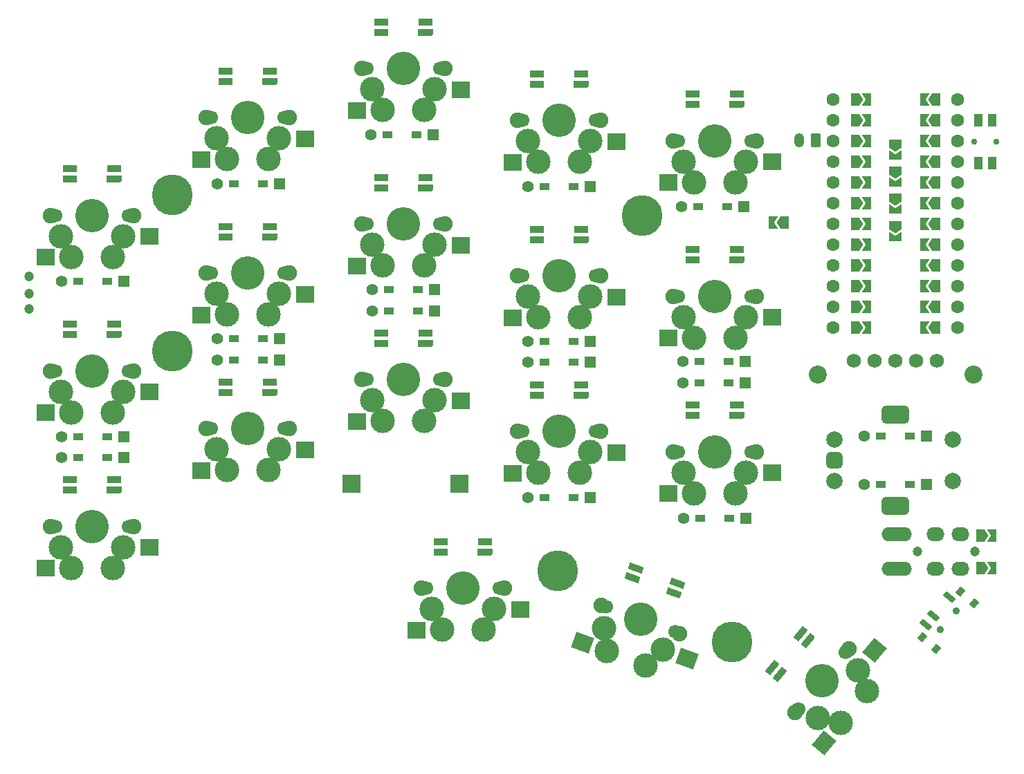
<source format=gbr>
%TF.GenerationSoftware,KiCad,Pcbnew,7.0.9*%
%TF.CreationDate,2024-05-06T02:44:53+05:30*%
%TF.ProjectId,UniFi,556e6946-692e-46b6-9963-61645f706362,rev?*%
%TF.SameCoordinates,Original*%
%TF.FileFunction,Soldermask,Bot*%
%TF.FilePolarity,Negative*%
%FSLAX46Y46*%
G04 Gerber Fmt 4.6, Leading zero omitted, Abs format (unit mm)*
G04 Created by KiCad (PCBNEW 7.0.9) date 2024-05-06 02:44:53*
%MOMM*%
%LPD*%
G01*
G04 APERTURE LIST*
G04 Aperture macros list*
%AMRoundRect*
0 Rectangle with rounded corners*
0 $1 Rounding radius*
0 $2 $3 $4 $5 $6 $7 $8 $9 X,Y pos of 4 corners*
0 Add a 4 corners polygon primitive as box body*
4,1,4,$2,$3,$4,$5,$6,$7,$8,$9,$2,$3,0*
0 Add four circle primitives for the rounded corners*
1,1,$1+$1,$2,$3*
1,1,$1+$1,$4,$5*
1,1,$1+$1,$6,$7*
1,1,$1+$1,$8,$9*
0 Add four rect primitives between the rounded corners*
20,1,$1+$1,$2,$3,$4,$5,0*
20,1,$1+$1,$4,$5,$6,$7,0*
20,1,$1+$1,$6,$7,$8,$9,0*
20,1,$1+$1,$8,$9,$2,$3,0*%
%AMRotRect*
0 Rectangle, with rotation*
0 The origin of the aperture is its center*
0 $1 length*
0 $2 width*
0 $3 Rotation angle, in degrees counterclockwise*
0 Add horizontal line*
21,1,$1,$2,0,0,$3*%
%AMOutline5P*
0 Free polygon, 5 corners , with rotation*
0 The origin of the aperture is its center*
0 number of corners: always 5*
0 $1 to $10 corner X, Y*
0 $11 Rotation angle, in degrees counterclockwise*
0 create outline with 5 corners*
4,1,5,$1,$2,$3,$4,$5,$6,$7,$8,$9,$10,$1,$2,$11*%
%AMOutline6P*
0 Free polygon, 6 corners , with rotation*
0 The origin of the aperture is its center*
0 number of corners: always 6*
0 $1 to $12 corner X, Y*
0 $13 Rotation angle, in degrees counterclockwise*
0 create outline with 6 corners*
4,1,6,$1,$2,$3,$4,$5,$6,$7,$8,$9,$10,$11,$12,$1,$2,$13*%
%AMOutline7P*
0 Free polygon, 7 corners , with rotation*
0 The origin of the aperture is its center*
0 number of corners: always 7*
0 $1 to $14 corner X, Y*
0 $15 Rotation angle, in degrees counterclockwise*
0 create outline with 7 corners*
4,1,7,$1,$2,$3,$4,$5,$6,$7,$8,$9,$10,$11,$12,$13,$14,$1,$2,$15*%
%AMOutline8P*
0 Free polygon, 8 corners , with rotation*
0 The origin of the aperture is its center*
0 number of corners: always 8*
0 $1 to $16 corner X, Y*
0 $17 Rotation angle, in degrees counterclockwise*
0 create outline with 8 corners*
4,1,8,$1,$2,$3,$4,$5,$6,$7,$8,$9,$10,$11,$12,$13,$14,$15,$16,$1,$2,$17*%
%AMFreePoly0*
4,1,6,0.500000,-0.750000,-0.650000,-0.750000,-0.150000,0.000000,-0.650000,0.750000,0.500000,0.750000,0.500000,-0.750000,0.500000,-0.750000,$1*%
%AMFreePoly1*
4,1,6,1.000000,0.000000,0.500000,-0.750000,-0.500000,-0.750000,-0.500000,0.750000,0.500000,0.750000,1.000000,0.000000,1.000000,0.000000,$1*%
%AMFreePoly2*
4,1,6,0.150000,0.000000,0.650000,-0.750000,-0.500000,-0.750000,-0.500000,0.750000,0.650000,0.750000,0.150000,0.000000,0.150000,0.000000,$1*%
%AMFreePoly3*
4,1,6,0.500000,-0.750000,-0.500000,-0.750000,-1.000000,0.000000,-0.500000,0.750000,0.500000,0.750000,0.500000,-0.750000,0.500000,-0.750000,$1*%
G04 Aperture macros list end*
%ADD10C,1.200000*%
%ADD11R,1.397000X1.397000*%
%ADD12R,1.300000X0.950000*%
%ADD13C,1.397000*%
%ADD14C,1.900000*%
%ADD15C,1.700000*%
%ADD16C,3.000000*%
%ADD17C,4.100000*%
%ADD18R,1.800000X0.820000*%
%ADD19Outline5P,-0.900000X0.246000X-0.736000X0.410000X0.900000X0.410000X0.900000X-0.410000X-0.900000X-0.410000X180.000000*%
%ADD20R,2.300000X2.000000*%
%ADD21C,0.900000*%
%ADD22C,2.200000*%
%ADD23C,5.000000*%
%ADD24FreePoly0,180.000000*%
%ADD25FreePoly0,0.000000*%
%ADD26FreePoly1,0.000000*%
%ADD27C,1.600000*%
%ADD28FreePoly1,180.000000*%
%ADD29RotRect,1.800000X0.820000X230.000000*%
%ADD30Outline5P,-0.900000X0.246000X-0.736000X0.410000X0.900000X0.410000X0.900000X-0.410000X-0.900000X-0.410000X230.000000*%
%ADD31RotRect,2.300000X2.000000X50.000000*%
%ADD32RoundRect,0.250000X0.350000X0.625000X-0.350000X0.625000X-0.350000X-0.625000X0.350000X-0.625000X0*%
%ADD33O,1.200000X1.750000*%
%ADD34FreePoly2,180.000000*%
%ADD35O,2.200000X1.700000*%
%ADD36O,3.700000X1.700000*%
%ADD37FreePoly3,180.000000*%
%ADD38C,0.750000*%
%ADD39C,1.752600*%
%ADD40R,2.200000X2.200000*%
%ADD41RotRect,1.800000X0.820000X160.000000*%
%ADD42Outline5P,-0.900000X0.246000X-0.736000X0.410000X0.900000X0.410000X0.900000X-0.410000X-0.900000X-0.410000X160.000000*%
%ADD43RotRect,2.300000X2.000000X340.000000*%
%ADD44C,2.000000*%
%ADD45RoundRect,0.500000X-0.500000X-0.500000X0.500000X-0.500000X0.500000X0.500000X-0.500000X0.500000X0*%
%ADD46RoundRect,0.550000X-1.150000X-0.550000X1.150000X-0.550000X1.150000X0.550000X-1.150000X0.550000X0*%
%ADD47RotRect,1.000000X0.800000X230.000000*%
%ADD48RotRect,0.700000X1.500000X230.000000*%
%ADD49FreePoly1,270.000000*%
%ADD50FreePoly0,270.000000*%
%ADD51R,1.000000X1.550000*%
G04 APERTURE END LIST*
D10*
%TO.C,TP3*%
X65000000Y-88000000D03*
%TD*%
D11*
%TO.C,D14*%
X133610000Y-94485000D03*
D12*
X131575000Y-94485000D03*
X128025000Y-94485000D03*
D13*
X125990000Y-94485000D03*
%TD*%
D14*
%TO.C,SW5*%
X143798600Y-67360000D03*
D15*
X144378600Y-67360000D03*
D16*
X145068600Y-69900001D03*
X146338600Y-72440000D03*
D17*
X148878600Y-67360000D03*
D16*
X151418600Y-72440000D03*
X152688600Y-69900000D03*
D15*
X153378600Y-67360000D03*
D14*
X153958600Y-67360000D03*
D18*
X146178600Y-61640000D03*
X146178600Y-62920000D03*
D19*
X151578600Y-62920000D03*
D18*
X151578600Y-61640000D03*
D20*
X155878600Y-69940000D03*
X143178600Y-72480000D03*
%TD*%
D21*
%TO.C,SW22*%
X176500013Y-127249987D03*
X178428376Y-124951853D03*
%TD*%
D22*
%TO.C,H7*%
X180500000Y-96000000D03*
%TD*%
D23*
%TO.C,H3*%
X140000000Y-76503600D03*
%TD*%
D24*
%TO.C,U1*%
X174500000Y-62330000D03*
X174500000Y-64870000D03*
X174500000Y-67410000D03*
X174500000Y-69950000D03*
X174500000Y-72490000D03*
X174500000Y-75030000D03*
X174500000Y-77570000D03*
X174500000Y-80110000D03*
X174500000Y-82650000D03*
X174500000Y-85190000D03*
X174500000Y-87730000D03*
X174500000Y-90270000D03*
D25*
X167500000Y-90270000D03*
X167500000Y-87730000D03*
X167500000Y-85190000D03*
X167500000Y-82650000D03*
X167500000Y-80110000D03*
X167500000Y-77570000D03*
X167500000Y-75030000D03*
X167500000Y-72490000D03*
X167500000Y-69950000D03*
X167500000Y-67410000D03*
X167500000Y-64870000D03*
X167500000Y-62330000D03*
D26*
X166050000Y-62330000D03*
D27*
X163380000Y-62330000D03*
D26*
X166050000Y-64870000D03*
D27*
X163380000Y-64870000D03*
D26*
X166050000Y-67410000D03*
D27*
X163380000Y-67410000D03*
D26*
X166050000Y-69950000D03*
D27*
X163380000Y-69950000D03*
D26*
X166050000Y-72490000D03*
D27*
X163380000Y-72490000D03*
D26*
X166050000Y-75030000D03*
D27*
X163380000Y-75030000D03*
D26*
X166050000Y-77570000D03*
D27*
X163380000Y-77570000D03*
D26*
X166050000Y-80110000D03*
D27*
X163380000Y-80110000D03*
D26*
X166050000Y-82650000D03*
D27*
X163380000Y-82650000D03*
D26*
X166050000Y-85190000D03*
D27*
X163380000Y-85190000D03*
D26*
X166050000Y-87730000D03*
D27*
X163380000Y-87730000D03*
D26*
X166050000Y-90270000D03*
D27*
X163380000Y-90270000D03*
X178620000Y-90270000D03*
D28*
X175950000Y-90270000D03*
D27*
X178620000Y-87730000D03*
D28*
X175950000Y-87730000D03*
D27*
X178620000Y-85190000D03*
D28*
X175950000Y-85190000D03*
D27*
X178620000Y-82650000D03*
D28*
X175950000Y-82650000D03*
D27*
X178620000Y-80110000D03*
D28*
X175950000Y-80110000D03*
D27*
X178620000Y-77570000D03*
D28*
X175950000Y-77570000D03*
D27*
X178620000Y-75030000D03*
D28*
X175950000Y-75030000D03*
D27*
X178620000Y-72490000D03*
D28*
X175950000Y-72490000D03*
D27*
X178620000Y-69950000D03*
D28*
X175950000Y-69950000D03*
D27*
X178620000Y-67410000D03*
D28*
X175950000Y-67410000D03*
D27*
X178620000Y-64870000D03*
D28*
X175950000Y-64870000D03*
D27*
X178620000Y-62330000D03*
D28*
X175950000Y-62330000D03*
%TD*%
D23*
%TO.C,H1*%
X82500000Y-74025000D03*
%TD*%
%TO.C,H2*%
X82500000Y-93100000D03*
%TD*%
D11*
%TO.C,D10*%
X152610000Y-94435000D03*
D12*
X150575000Y-94435000D03*
X147025000Y-94435000D03*
D13*
X144990000Y-94435000D03*
%TD*%
D10*
%TO.C,TP1*%
X65000000Y-84000000D03*
%TD*%
D11*
%TO.C,D6*%
X76610000Y-103600000D03*
D12*
X74575000Y-103600000D03*
X71025000Y-103600000D03*
D13*
X68990000Y-103600000D03*
%TD*%
D10*
%TO.C,TP2*%
X65000000Y-86100000D03*
%TD*%
D14*
%TO.C,SW14*%
X124748600Y-102960000D03*
D15*
X125328600Y-102960000D03*
D16*
X126018600Y-105500001D03*
X127288600Y-108040000D03*
D17*
X129828600Y-102960000D03*
D16*
X132368600Y-108040000D03*
X133638600Y-105500000D03*
D15*
X134328600Y-102960000D03*
D14*
X134908600Y-102960000D03*
D18*
X127128600Y-97240000D03*
X127128600Y-98520000D03*
D19*
X132528600Y-98520000D03*
D18*
X132528600Y-97240000D03*
D20*
X136828600Y-105540000D03*
X124128600Y-108080000D03*
%TD*%
D23*
%TO.C,H5*%
X151000000Y-128750000D03*
%TD*%
D11*
%TO.C,D5*%
X152410000Y-75438600D03*
D12*
X150375000Y-75438600D03*
X146825000Y-75438600D03*
D13*
X144790000Y-75438600D03*
%TD*%
D23*
%TO.C,H4*%
X129650000Y-120050000D03*
%TD*%
D11*
%TO.C,D9*%
X133610000Y-91935000D03*
D12*
X131575000Y-91935000D03*
X128025000Y-91935000D03*
D13*
X125990000Y-91935000D03*
%TD*%
D11*
%TO.C,D2*%
X95610000Y-72600000D03*
D12*
X93575000Y-72600000D03*
X90025000Y-72600000D03*
D13*
X87990000Y-72600000D03*
%TD*%
D14*
%TO.C,SW18*%
X158734639Y-137391506D03*
D15*
X159107456Y-136947200D03*
D16*
X161496733Y-138051310D03*
X164258825Y-138711114D03*
D17*
X162000000Y-133500000D03*
D16*
X167524186Y-134819608D03*
X166394774Y-132214051D03*
D15*
X164892544Y-130052800D03*
D14*
X165265361Y-129608494D03*
D29*
X155882699Y-131891575D03*
X156863236Y-132714343D03*
D30*
X160334289Y-128577703D03*
D29*
X159353752Y-127754935D03*
D31*
X168475908Y-129796081D03*
X162258258Y-141157526D03*
%TD*%
D32*
%TO.C,BT1*%
X161200000Y-67300000D03*
D33*
X159200000Y-67300000D03*
%TD*%
D11*
%TO.C,D18*%
X174810000Y-109500000D03*
D12*
X172775000Y-109500000D03*
X169225000Y-109500000D03*
D13*
X167190000Y-109500000D03*
%TD*%
D11*
%TO.C,D17*%
X152710000Y-113585000D03*
D12*
X150675000Y-113585000D03*
X147125000Y-113585000D03*
D13*
X145090000Y-113585000D03*
%TD*%
D11*
%TO.C,D4*%
X133610000Y-72938600D03*
D12*
X131575000Y-72938600D03*
X128025000Y-72938600D03*
D13*
X125990000Y-72938600D03*
%TD*%
D11*
%TO.C,D12*%
X95610000Y-94200000D03*
D12*
X93575000Y-94200000D03*
X90025000Y-94200000D03*
D13*
X87990000Y-94200000D03*
%TD*%
D11*
%TO.C,D8*%
X114610000Y-85600000D03*
D12*
X112575000Y-85600000D03*
X109025000Y-85600000D03*
D13*
X106990000Y-85600000D03*
%TD*%
D11*
%TO.C,D15*%
X152620000Y-97038600D03*
D12*
X150585000Y-97038600D03*
X147035000Y-97038600D03*
D13*
X145000000Y-97038600D03*
%TD*%
D10*
%TO.C,J2*%
X180700000Y-117700000D03*
X173700000Y-117700000D03*
D34*
X182850000Y-119750000D03*
D35*
X178900000Y-115600000D03*
X178900000Y-119800000D03*
D34*
X182850000Y-115700000D03*
D35*
X175900000Y-115600000D03*
X175900000Y-119800000D03*
D36*
X171150000Y-115600000D03*
D37*
X181400000Y-119750000D03*
X181400000Y-115700000D03*
D36*
X171150000Y-119800000D03*
%TD*%
D38*
%TO.C,SW20*%
X183350000Y-67500000D03*
X180600000Y-67500000D03*
%TD*%
D11*
%TO.C,D7*%
X95610000Y-91600000D03*
D12*
X93575000Y-91600000D03*
X90025000Y-91600000D03*
D13*
X87990000Y-91600000D03*
%TD*%
D11*
%TO.C,D1*%
X76610000Y-84600000D03*
D12*
X74575000Y-84600000D03*
X71025000Y-84600000D03*
D13*
X68990000Y-84600000D03*
%TD*%
D11*
%TO.C,D16*%
X133660000Y-111035000D03*
D12*
X131625000Y-111035000D03*
X128075000Y-111035000D03*
D13*
X126040000Y-111035000D03*
%TD*%
D39*
%TO.C,J1*%
X165920000Y-94300000D03*
X168460000Y-94300000D03*
X171000000Y-94300000D03*
X173540000Y-94300000D03*
X176080000Y-94300000D03*
%TD*%
D14*
%TO.C,SW16*%
X112984600Y-122171400D03*
D15*
X113564600Y-122171400D03*
D16*
X114254600Y-124711401D03*
X115524600Y-127251400D03*
D17*
X118064600Y-122171400D03*
D16*
X120604600Y-127251400D03*
X121874600Y-124711400D03*
D15*
X122564600Y-122171400D03*
D14*
X123144600Y-122171400D03*
D18*
X115364600Y-116451400D03*
X115364600Y-117731400D03*
D19*
X120764600Y-117731400D03*
D18*
X120764600Y-116451400D03*
D20*
X125064600Y-124751400D03*
X112364600Y-127291400D03*
%TD*%
D14*
%TO.C,SW11*%
X67598600Y-114621400D03*
D15*
X68178600Y-114621400D03*
D16*
X68868600Y-117161401D03*
X70138600Y-119701400D03*
D17*
X72678600Y-114621400D03*
D16*
X75218600Y-119701400D03*
X76488600Y-117161400D03*
D15*
X77178600Y-114621400D03*
D14*
X77758600Y-114621400D03*
D18*
X69978600Y-108901400D03*
X69978600Y-110181400D03*
D19*
X75378600Y-110181400D03*
D18*
X75378600Y-108901400D03*
D20*
X79678600Y-117201400D03*
X66978600Y-119741400D03*
%TD*%
D14*
%TO.C,SW8*%
X105698600Y-77571400D03*
D15*
X106278600Y-77571400D03*
D16*
X106968600Y-80111401D03*
X108238600Y-82651400D03*
D17*
X110778600Y-77571400D03*
D16*
X113318600Y-82651400D03*
X114588600Y-80111400D03*
D15*
X115278600Y-77571400D03*
D14*
X115858600Y-77571400D03*
D18*
X108078600Y-71851400D03*
X108078600Y-73131400D03*
D19*
X113478600Y-73131400D03*
D18*
X113478600Y-71851400D03*
D20*
X117778600Y-80151400D03*
X105078600Y-82691400D03*
%TD*%
D40*
%TO.C,BZ1*%
X117600000Y-109400000D03*
X104400000Y-109400000D03*
%TD*%
D11*
%TO.C,D13*%
X114610000Y-88200000D03*
D12*
X112575000Y-88200000D03*
X109025000Y-88200000D03*
D13*
X106990000Y-88200000D03*
%TD*%
D11*
%TO.C,D3*%
X114410000Y-66600000D03*
D12*
X112375000Y-66600000D03*
X108825000Y-66600000D03*
D13*
X106790000Y-66600000D03*
%TD*%
D14*
%TO.C,SW1*%
X67598600Y-76521400D03*
D15*
X68178600Y-76521400D03*
D16*
X68868600Y-79061401D03*
X70138600Y-81601400D03*
D17*
X72678600Y-76521400D03*
D16*
X75218600Y-81601400D03*
X76488600Y-79061400D03*
D15*
X77178600Y-76521400D03*
D14*
X77758600Y-76521400D03*
D18*
X69978600Y-70801400D03*
X69978600Y-72081400D03*
D19*
X75378600Y-72081400D03*
D18*
X75378600Y-70801400D03*
D20*
X79678600Y-79101400D03*
X66978600Y-81641400D03*
%TD*%
D22*
%TO.C,H6*%
X161500000Y-96000000D03*
%TD*%
D11*
%TO.C,D19*%
X174810000Y-103500000D03*
D12*
X172775000Y-103500000D03*
X169225000Y-103500000D03*
D13*
X167190000Y-103500000D03*
%TD*%
D14*
%TO.C,SW10*%
X143798600Y-86410000D03*
D15*
X144378600Y-86410000D03*
D16*
X145068600Y-88950001D03*
X146338600Y-91490000D03*
D17*
X148878600Y-86410000D03*
D16*
X151418600Y-91490000D03*
X152688600Y-88950000D03*
D15*
X153378600Y-86410000D03*
D14*
X153958600Y-86410000D03*
D18*
X146178600Y-80690000D03*
X146178600Y-81970000D03*
D19*
X151578600Y-81970000D03*
D18*
X151578600Y-80690000D03*
D20*
X155878600Y-88990000D03*
X143178600Y-91530000D03*
%TD*%
D14*
%TO.C,SW6*%
X67598600Y-95571400D03*
D15*
X68178600Y-95571400D03*
D16*
X68868600Y-98111401D03*
X70138600Y-100651400D03*
D17*
X72678600Y-95571400D03*
D16*
X75218600Y-100651400D03*
X76488600Y-98111400D03*
D15*
X77178600Y-95571400D03*
D14*
X77758600Y-95571400D03*
D18*
X69978600Y-89851400D03*
X69978600Y-91131400D03*
D19*
X75378600Y-91131400D03*
D18*
X75378600Y-89851400D03*
D20*
X79678600Y-98151400D03*
X66978600Y-100691400D03*
%TD*%
D14*
%TO.C,SW12*%
X86648600Y-102631400D03*
D15*
X87228600Y-102631400D03*
D16*
X87918600Y-105171401D03*
X89188600Y-107711400D03*
D17*
X91728600Y-102631400D03*
D16*
X94268600Y-107711400D03*
X95538600Y-105171400D03*
D15*
X96228600Y-102631400D03*
D14*
X96808600Y-102631400D03*
D18*
X89028600Y-96911400D03*
X89028600Y-98191400D03*
D19*
X94428600Y-98191400D03*
D18*
X94428600Y-96911400D03*
D20*
X98728600Y-105211400D03*
X86028600Y-107751400D03*
%TD*%
D11*
%TO.C,D11*%
X76610000Y-106200000D03*
D12*
X74575000Y-106200000D03*
X71025000Y-106200000D03*
D13*
X68990000Y-106200000D03*
%TD*%
D14*
%TO.C,SW13*%
X105698600Y-96621400D03*
D15*
X106278600Y-96621400D03*
D16*
X106968600Y-99161401D03*
X108238600Y-101701400D03*
D17*
X110778600Y-96621400D03*
D16*
X113318600Y-101701400D03*
X114588600Y-99161400D03*
D15*
X115278600Y-96621400D03*
D14*
X115858600Y-96621400D03*
D18*
X108078600Y-90901400D03*
X108078600Y-92181400D03*
D19*
X113478600Y-92181400D03*
D18*
X113478600Y-90901400D03*
D20*
X117778600Y-99201400D03*
X105078600Y-101741400D03*
%TD*%
D14*
%TO.C,SW2*%
X86648600Y-64521400D03*
D15*
X87228600Y-64521400D03*
D16*
X87918600Y-67061401D03*
X89188600Y-69601400D03*
D17*
X91728600Y-64521400D03*
D16*
X94268600Y-69601400D03*
X95538600Y-67061400D03*
D15*
X96228600Y-64521400D03*
D14*
X96808600Y-64521400D03*
D18*
X89028600Y-58801400D03*
X89028600Y-60081400D03*
D19*
X94428600Y-60081400D03*
D18*
X94428600Y-58801400D03*
D20*
X98728600Y-67101400D03*
X86028600Y-69641400D03*
%TD*%
D14*
%TO.C,SW15*%
X143798600Y-105460000D03*
D15*
X144378600Y-105460000D03*
D16*
X145068600Y-108000001D03*
X146338600Y-110540000D03*
D17*
X148878600Y-105460000D03*
D16*
X151418600Y-110540000D03*
X152688600Y-108000000D03*
D15*
X153378600Y-105460000D03*
D14*
X153958600Y-105460000D03*
D18*
X146178600Y-99740000D03*
X146178600Y-101020000D03*
D19*
X151578600Y-101020000D03*
D18*
X151578600Y-99740000D03*
D20*
X155878600Y-108040000D03*
X143178600Y-110580000D03*
%TD*%
D14*
%TO.C,SW9*%
X124748600Y-83910000D03*
D15*
X125328600Y-83910000D03*
D16*
X126018600Y-86450001D03*
X127288600Y-88990000D03*
D17*
X129828600Y-83910000D03*
D16*
X132368600Y-88990000D03*
X133638600Y-86450000D03*
D15*
X134328600Y-83910000D03*
D14*
X134908600Y-83910000D03*
D18*
X127128600Y-78190000D03*
X127128600Y-79470000D03*
D19*
X132528600Y-79470000D03*
D18*
X132528600Y-78190000D03*
D20*
X136828600Y-86490000D03*
X124128600Y-89030000D03*
%TD*%
D14*
%TO.C,SW4*%
X124748600Y-64860000D03*
D15*
X125328600Y-64860000D03*
D16*
X126018600Y-67400001D03*
X127288600Y-69940000D03*
D17*
X129828600Y-64860000D03*
D16*
X132368600Y-69940000D03*
X133638600Y-67400000D03*
D15*
X134328600Y-64860000D03*
D14*
X134908600Y-64860000D03*
D18*
X127128600Y-59140000D03*
X127128600Y-60420000D03*
D19*
X132528600Y-60420000D03*
D18*
X132528600Y-59140000D03*
D20*
X136828600Y-67440000D03*
X124128600Y-69980000D03*
%TD*%
D14*
%TO.C,SW17*%
X135026361Y-124262538D03*
D15*
X135571383Y-124460909D03*
D16*
X135351040Y-127083723D03*
X135675718Y-129904907D03*
D17*
X139800000Y-126000000D03*
D16*
X140449357Y-131642370D03*
X142511498Y-129689916D03*
D15*
X144028617Y-127539091D03*
D14*
X144573639Y-127737462D03*
D41*
X139219185Y-119701504D03*
X138781399Y-120904310D03*
D42*
X143855740Y-122751219D03*
D41*
X144293525Y-121548413D03*
D43*
X145495436Y-130818548D03*
X132692609Y-128861711D03*
%TD*%
D14*
%TO.C,SW3*%
X105698600Y-58521400D03*
D15*
X106278600Y-58521400D03*
D16*
X106968600Y-61061401D03*
X108238600Y-63601400D03*
D17*
X110778600Y-58521400D03*
D16*
X113318600Y-63601400D03*
X114588600Y-61061400D03*
D15*
X115278600Y-58521400D03*
D14*
X115858600Y-58521400D03*
D18*
X108078600Y-52801400D03*
X108078600Y-54081400D03*
D19*
X113478600Y-54081400D03*
D18*
X113478600Y-52801400D03*
D20*
X117778600Y-61101400D03*
X105078600Y-63641400D03*
%TD*%
D14*
%TO.C,SW7*%
X86648600Y-83571400D03*
D15*
X87228600Y-83571400D03*
D16*
X87918600Y-86111401D03*
X89188600Y-88651400D03*
D17*
X91728600Y-83571400D03*
D16*
X94268600Y-88651400D03*
X95538600Y-86111400D03*
D15*
X96228600Y-83571400D03*
D14*
X96808600Y-83571400D03*
D18*
X89028600Y-77851400D03*
X89028600Y-79131400D03*
D19*
X94428600Y-79131400D03*
D18*
X94428600Y-77851400D03*
D20*
X98728600Y-86151400D03*
X86028600Y-88691400D03*
%TD*%
D44*
%TO.C,SW19*%
X163500000Y-104000000D03*
X163500000Y-109000000D03*
D45*
X163500000Y-106500000D03*
D46*
X171000000Y-100900000D03*
X171000000Y-112100000D03*
D44*
X178000000Y-109000000D03*
X178000000Y-104000000D03*
%TD*%
D47*
%TO.C,SW23*%
X180662818Y-124007824D03*
X178969860Y-122587263D03*
X175970469Y-129599948D03*
X174277511Y-128179388D03*
D48*
X177572029Y-123241914D03*
X175643666Y-125540047D03*
X174679484Y-126689114D03*
%TD*%
D49*
%TO.C,JP1*%
X171000000Y-77675000D03*
D50*
X171000000Y-79125000D03*
%TD*%
D49*
%TO.C,JP3*%
X171000000Y-71025000D03*
D50*
X171000000Y-72475000D03*
%TD*%
D51*
%TO.C,SW21*%
X182825000Y-70125000D03*
X182825000Y-64875000D03*
X181125000Y-70125000D03*
X181125000Y-64875000D03*
%TD*%
D28*
%TO.C,JP10*%
X157425000Y-77400000D03*
D24*
X155975000Y-77400000D03*
%TD*%
D49*
%TO.C,JP2*%
X171000000Y-67700000D03*
D50*
X171000000Y-69150000D03*
%TD*%
D49*
%TO.C,JP4*%
X171000000Y-74350000D03*
D50*
X171000000Y-75800000D03*
%TD*%
M02*

</source>
